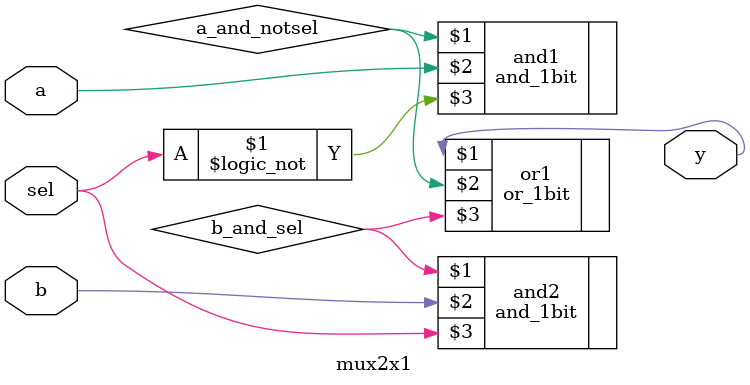
<source format=v>
module mux2x1 (
	output y,
	input a,
	input b,
	input sel
);

	and_1bit and1 (a_and_notsel, a, !sel);
	and_1bit and2 (b_and_sel, b, sel);
	or_1bit or1 (y, a_and_notsel, b_and_sel);
	
endmodule

</source>
